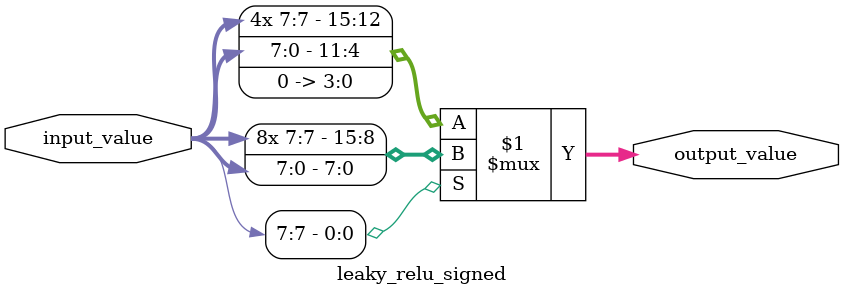
<source format=v>
`timescale 1ns / 1ps


module leaky_relu_signed(
    input_value, output_value
    );
    // this implements a leaky relu where alpha is for 8 bit 00000001
    // if the sign bit are 4 alpha become 0.0625 or if it is 5 0.03125
    parameter SIZE = 8;
    parameter SIGN_BIT_SIZE = 4;
    
    input [SIZE-1:0] input_value;
    output [2*SIZE-1:0] output_value;
    
    assign output_value = input_value[SIZE-1] ? {{SIZE{input_value[SIZE-1]}},input_value} : {{SIZE-SIGN_BIT_SIZE{input_value[SIZE-1]}},input_value,{SIGN_BIT_SIZE{1'b0}}} ;
    
endmodule

</source>
